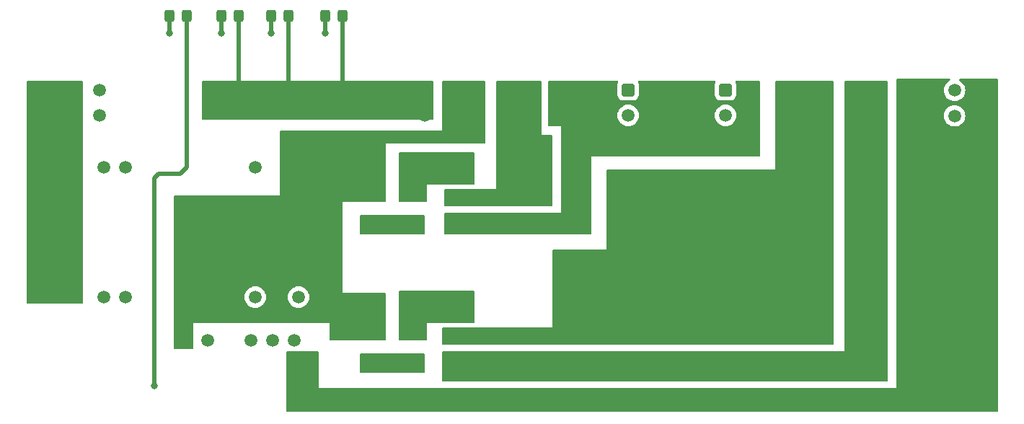
<source format=gbr>
%TF.GenerationSoftware,KiCad,Pcbnew,(6.0.1)*%
%TF.CreationDate,2022-06-01T15:29:54+03:00*%
%TF.ProjectId,Supply_Power,53757070-6c79-45f5-906f-7765722e6b69,rev?*%
%TF.SameCoordinates,Original*%
%TF.FileFunction,Copper,L1,Top*%
%TF.FilePolarity,Positive*%
%FSLAX46Y46*%
G04 Gerber Fmt 4.6, Leading zero omitted, Abs format (unit mm)*
G04 Created by KiCad (PCBNEW (6.0.1)) date 2022-06-01 15:29:54*
%MOMM*%
%LPD*%
G01*
G04 APERTURE LIST*
G04 Aperture macros list*
%AMRoundRect*
0 Rectangle with rounded corners*
0 $1 Rounding radius*
0 $2 $3 $4 $5 $6 $7 $8 $9 X,Y pos of 4 corners*
0 Add a 4 corners polygon primitive as box body*
4,1,4,$2,$3,$4,$5,$6,$7,$8,$9,$2,$3,0*
0 Add four circle primitives for the rounded corners*
1,1,$1+$1,$2,$3*
1,1,$1+$1,$4,$5*
1,1,$1+$1,$6,$7*
1,1,$1+$1,$8,$9*
0 Add four rect primitives between the rounded corners*
20,1,$1+$1,$2,$3,$4,$5,0*
20,1,$1+$1,$4,$5,$6,$7,0*
20,1,$1+$1,$6,$7,$8,$9,0*
20,1,$1+$1,$8,$9,$2,$3,0*%
G04 Aperture macros list end*
%TA.AperFunction,ComponentPad*%
%ADD10RoundRect,0.250001X-0.499999X-0.499999X0.499999X-0.499999X0.499999X0.499999X-0.499999X0.499999X0*%
%TD*%
%TA.AperFunction,ComponentPad*%
%ADD11C,1.500000*%
%TD*%
%TA.AperFunction,SMDPad,CuDef*%
%ADD12RoundRect,0.250000X0.325000X0.450000X-0.325000X0.450000X-0.325000X-0.450000X0.325000X-0.450000X0*%
%TD*%
%TA.AperFunction,SMDPad,CuDef*%
%ADD13RoundRect,0.250000X-1.100000X0.412500X-1.100000X-0.412500X1.100000X-0.412500X1.100000X0.412500X0*%
%TD*%
%TA.AperFunction,ComponentPad*%
%ADD14R,2.300000X1.500000*%
%TD*%
%TA.AperFunction,ComponentPad*%
%ADD15O,2.300000X1.500000*%
%TD*%
%TA.AperFunction,SMDPad,CuDef*%
%ADD16RoundRect,0.250000X1.100000X-0.412500X1.100000X0.412500X-1.100000X0.412500X-1.100000X-0.412500X0*%
%TD*%
%TA.AperFunction,SMDPad,CuDef*%
%ADD17RoundRect,0.250001X-0.462499X-1.074999X0.462499X-1.074999X0.462499X1.074999X-0.462499X1.074999X0*%
%TD*%
%TA.AperFunction,ViaPad*%
%ADD18C,0.800000*%
%TD*%
%TA.AperFunction,Conductor*%
%ADD19C,0.500000*%
%TD*%
G04 APERTURE END LIST*
D10*
%TO.P,J7,1,Pin_1*%
%TO.N,GND*%
X124738000Y-34589000D03*
D11*
%TO.P,J7,2,Pin_2*%
%TO.N,+5V*%
X127738000Y-34589000D03*
%TO.P,J7,3,Pin_3*%
%TO.N,GND*%
X124738000Y-37589000D03*
%TO.P,J7,4,Pin_4*%
%TO.N,+5V*%
X127738000Y-37589000D03*
%TD*%
D12*
%TO.P,D6,1,K*%
%TO.N,GND*%
X67573000Y-25908000D03*
%TO.P,D6,2,A*%
%TO.N,Net-(D6-Pad2)*%
X65523000Y-25908000D03*
%TD*%
D11*
%TO.P,D3,2,-Vin*%
%TO.N,Net-(C5-Pad2)*%
X51746000Y-58928000D03*
%TO.P,D3,3,-Vin*%
X54286000Y-58928000D03*
%TO.P,D3,9*%
%TO.N,unconnected-(D3-Pad9)*%
X69526000Y-58928000D03*
%TO.P,D3,11*%
%TO.N,unconnected-(D3-Pad11)*%
X74606000Y-58928000D03*
%TO.P,D3,14,+Vout*%
%TO.N,+15V*%
X74606000Y-43688000D03*
%TO.P,D3,16,-Vout*%
%TO.N,GND*%
X69526000Y-43688000D03*
%TO.P,D3,22,+Vin*%
%TO.N,Net-(C5-Pad1)*%
X54286000Y-43688000D03*
%TO.P,D3,23,+Vin*%
X51746000Y-43688000D03*
%TD*%
D10*
%TO.P,J3,1,Pin_1*%
%TO.N,GND*%
X89432000Y-34589000D03*
D11*
%TO.P,J3,2,Pin_2*%
%TO.N,+15V*%
X92432000Y-34589000D03*
%TO.P,J3,3,Pin_3*%
%TO.N,GND*%
X89432000Y-37589000D03*
%TO.P,J3,4,Pin_4*%
%TO.N,+15V*%
X92432000Y-37589000D03*
%TD*%
D10*
%TO.P,J5,1,Pin_1*%
%TO.N,GND*%
X101878000Y-34589000D03*
D11*
%TO.P,J5,2,Pin_2*%
%TO.N,+5V*%
X104878000Y-34589000D03*
%TO.P,J5,3,Pin_3*%
%TO.N,GND*%
X101878000Y-37589000D03*
%TO.P,J5,4,Pin_4*%
%TO.N,+5V*%
X104878000Y-37589000D03*
%TD*%
D13*
%TO.P,C8,1*%
%TO.N,+15V*%
X83312000Y-46951500D03*
%TO.P,C8,2*%
%TO.N,GND*%
X83312000Y-50076500D03*
%TD*%
%TO.P,C12,1*%
%TO.N,Net-(C12-Pad1)*%
X87884000Y-63207500D03*
%TO.P,C12,2*%
%TO.N,GND*%
X87884000Y-66332500D03*
%TD*%
D12*
%TO.P,D4,1,K*%
%TO.N,GND*%
X79765000Y-25908000D03*
%TO.P,D4,2,A*%
%TO.N,Net-(D4-Pad2)*%
X77715000Y-25908000D03*
%TD*%
D14*
%TO.P,U2,1,IN*%
%TO.N,Net-(C12-Pad1)*%
X93726000Y-60960000D03*
D15*
%TO.P,U2,2,GND*%
%TO.N,GND*%
X93726000Y-63500000D03*
%TO.P,U2,3,OUT*%
%TO.N,+3V3*%
X93726000Y-66040000D03*
%TD*%
D13*
%TO.P,C9,1*%
%TO.N,Net-(C9-Pad1)*%
X87884000Y-46951500D03*
%TO.P,C9,2*%
%TO.N,GND*%
X87884000Y-50076500D03*
%TD*%
D16*
%TO.P,C13,1*%
%TO.N,+3V3*%
X102870000Y-66332500D03*
%TO.P,C13,2*%
%TO.N,GND*%
X102870000Y-63207500D03*
%TD*%
D11*
%TO.P,D2,1,+Vin*%
%TO.N,+15V*%
X61375000Y-64032000D03*
%TO.P,D2,2,-Vin*%
%TO.N,GND*%
X63915000Y-64032000D03*
%TO.P,D2,4,-Vout*%
%TO.N,GND2*%
X68995000Y-64032000D03*
%TO.P,D2,5*%
%TO.N,N/C*%
X71565000Y-64032000D03*
%TO.P,D2,6,+Vout*%
%TO.N,+5VD*%
X74075000Y-64032000D03*
%TD*%
D14*
%TO.P,U1,1,IN*%
%TO.N,Net-(C9-Pad1)*%
X93726000Y-44704000D03*
D15*
%TO.P,U1,2,GND*%
%TO.N,GND*%
X93726000Y-47244000D03*
%TO.P,U1,3,OUT*%
%TO.N,+5V*%
X93726000Y-49784000D03*
%TD*%
D12*
%TO.P,D7,1,K*%
%TO.N,GND2*%
X61477000Y-25908000D03*
%TO.P,D7,2,A*%
%TO.N,Net-(D7-Pad2)*%
X59427000Y-25908000D03*
%TD*%
D10*
%TO.P,J1,1,Pin_1*%
%TO.N,GND*%
X136676000Y-34589000D03*
D11*
%TO.P,J1,2,Pin_2*%
%TO.N,+3V3*%
X139676000Y-34589000D03*
%TO.P,J1,3,Pin_3*%
%TO.N,GND*%
X136676000Y-37589000D03*
%TO.P,J1,4,Pin_4*%
%TO.N,+3V3*%
X139676000Y-37589000D03*
%TD*%
D10*
%TO.P,J2,1,Pin_1*%
%TO.N,GNDD*%
X48284000Y-34589000D03*
D11*
%TO.P,J2,2,Pin_2*%
%TO.N,V_IN_SUPPLY*%
X51284000Y-34589000D03*
%TO.P,J2,3,Pin_3*%
%TO.N,GNDD*%
X48284000Y-37589000D03*
%TO.P,J2,4,Pin_4*%
%TO.N,V_IN_SUPPLY*%
X51284000Y-37589000D03*
%TD*%
D10*
%TO.P,J4,1,Pin_1*%
%TO.N,+5VD*%
X148638000Y-34634000D03*
D11*
%TO.P,J4,2,Pin_2*%
%TO.N,GND2*%
X151638000Y-34634000D03*
%TO.P,J4,3,Pin_3*%
%TO.N,+5VD*%
X148638000Y-37634000D03*
%TO.P,J4,4,Pin_4*%
%TO.N,GND2*%
X151638000Y-37634000D03*
%TD*%
D16*
%TO.P,C10,1*%
%TO.N,+5V*%
X102870000Y-50076500D03*
%TO.P,C10,2*%
%TO.N,GND*%
X102870000Y-46951500D03*
%TD*%
D17*
%TO.P,L4,1*%
%TO.N,+15V*%
X84110500Y-59944000D03*
%TO.P,L4,2*%
%TO.N,Net-(C12-Pad1)*%
X87085500Y-59944000D03*
%TD*%
D13*
%TO.P,C11,1*%
%TO.N,+15V*%
X83312000Y-63207500D03*
%TO.P,C11,2*%
%TO.N,GND*%
X83312000Y-66332500D03*
%TD*%
D12*
%TO.P,D5,1,K*%
%TO.N,GND*%
X73415000Y-25908000D03*
%TO.P,D5,2,A*%
%TO.N,Net-(D5-Pad2)*%
X71365000Y-25908000D03*
%TD*%
D10*
%TO.P,J6,1,Pin_1*%
%TO.N,GND*%
X113308000Y-34589000D03*
D11*
%TO.P,J6,2,Pin_2*%
%TO.N,+5V*%
X116308000Y-34589000D03*
%TO.P,J6,3,Pin_3*%
%TO.N,GND*%
X113308000Y-37589000D03*
%TO.P,J6,4,Pin_4*%
%TO.N,+5V*%
X116308000Y-37589000D03*
%TD*%
D17*
%TO.P,L3,1*%
%TO.N,+15V*%
X84110500Y-43688000D03*
%TO.P,L3,2*%
%TO.N,Net-(C9-Pad1)*%
X87085500Y-43688000D03*
%TD*%
D18*
%TO.N,GNDD*%
X45212000Y-55118000D03*
X43688000Y-56642000D03*
X43688000Y-58166000D03*
X43688000Y-55118000D03*
%TO.N,GND*%
X85598000Y-49784000D03*
X85598000Y-67310000D03*
X85598000Y-51054000D03*
X85598000Y-66294000D03*
%TO.N,+5VD*%
X75438000Y-67056000D03*
X75438000Y-65786000D03*
X75438000Y-68326000D03*
%TO.N,GND2*%
X57658000Y-69342000D03*
%TO.N,Net-(D4-Pad2)*%
X77715000Y-27931000D03*
%TO.N,Net-(D5-Pad2)*%
X71374000Y-27940000D03*
%TO.N,Net-(D6-Pad2)*%
X65532000Y-27940000D03*
%TO.N,Net-(D7-Pad2)*%
X59427000Y-27949000D03*
%TD*%
D19*
%TO.N,GND*%
X67573000Y-25908000D02*
X67573000Y-34281000D01*
X79765000Y-25908000D02*
X79765000Y-34281000D01*
X73415000Y-25908000D02*
X73415000Y-34281000D01*
%TO.N,GND2*%
X61477000Y-43679000D02*
X60706000Y-44450000D01*
X58166000Y-44450000D02*
X57658000Y-44958000D01*
X60706000Y-44450000D02*
X58166000Y-44450000D01*
X57658000Y-44958000D02*
X57658000Y-66548000D01*
X61477000Y-25908000D02*
X61477000Y-43679000D01*
X57658000Y-66548000D02*
X57658000Y-69342000D01*
%TO.N,Net-(D4-Pad2)*%
X77715000Y-25908000D02*
X77715000Y-27931000D01*
%TO.N,Net-(D5-Pad2)*%
X71365000Y-25908000D02*
X71365000Y-27931000D01*
%TO.N,Net-(D6-Pad2)*%
X65523000Y-27931000D02*
X65532000Y-27940000D01*
X65523000Y-25908000D02*
X65523000Y-27931000D01*
%TO.N,Net-(D7-Pad2)*%
X59427000Y-25908000D02*
X59427000Y-27949000D01*
%TD*%
%TA.AperFunction,Conductor*%
%TO.N,GND*%
G36*
X89350121Y-49296002D02*
G01*
X89396614Y-49349658D01*
X89408000Y-49402000D01*
X89408000Y-51436000D01*
X89387998Y-51504121D01*
X89334342Y-51550614D01*
X89282000Y-51562000D01*
X81914000Y-51562000D01*
X81845879Y-51541998D01*
X81799386Y-51488342D01*
X81788000Y-51436000D01*
X81788000Y-49402000D01*
X81808002Y-49333879D01*
X81861658Y-49287386D01*
X81914000Y-49276000D01*
X89282000Y-49276000D01*
X89350121Y-49296002D01*
G37*
%TD.AperFunction*%
%TD*%
%TA.AperFunction,Conductor*%
%TO.N,Net-(C12-Pad1)*%
G36*
X95192121Y-58186002D02*
G01*
X95238614Y-58239658D01*
X95250000Y-58292000D01*
X95250000Y-61850000D01*
X95229998Y-61918121D01*
X95176342Y-61964614D01*
X95124000Y-61976000D01*
X89662000Y-61976000D01*
X89662000Y-63882000D01*
X89641998Y-63950121D01*
X89588342Y-63996614D01*
X89536000Y-64008000D01*
X86486000Y-64008000D01*
X86417879Y-63987998D01*
X86371386Y-63934342D01*
X86360000Y-63882000D01*
X86360000Y-58292000D01*
X86380002Y-58223879D01*
X86433658Y-58177386D01*
X86486000Y-58166000D01*
X95124000Y-58166000D01*
X95192121Y-58186002D01*
G37*
%TD.AperFunction*%
%TD*%
%TA.AperFunction,Conductor*%
%TO.N,GNDD*%
G36*
X49218121Y-33548002D02*
G01*
X49264614Y-33601658D01*
X49276000Y-33654000D01*
X49276000Y-59564000D01*
X49255998Y-59632121D01*
X49202342Y-59678614D01*
X49150000Y-59690000D01*
X42798000Y-59690000D01*
X42729879Y-59669998D01*
X42683386Y-59616342D01*
X42672000Y-59564000D01*
X42672000Y-33654000D01*
X42692002Y-33585879D01*
X42745658Y-33539386D01*
X42798000Y-33528000D01*
X49150000Y-33528000D01*
X49218121Y-33548002D01*
G37*
%TD.AperFunction*%
%TD*%
%TA.AperFunction,Conductor*%
%TO.N,+15V*%
G36*
X96462121Y-33548002D02*
G01*
X96508614Y-33601658D01*
X96520000Y-33654000D01*
X96520000Y-40768000D01*
X96499998Y-40836121D01*
X96446342Y-40882614D01*
X96394000Y-40894000D01*
X84836000Y-40894000D01*
X84836000Y-42164000D01*
X72390000Y-42164000D01*
X72390000Y-39496000D01*
X72410002Y-39427879D01*
X72463658Y-39381386D01*
X72516000Y-39370000D01*
X91440000Y-39370000D01*
X91440000Y-33654000D01*
X91460002Y-33585879D01*
X91513658Y-33539386D01*
X91566000Y-33528000D01*
X96394000Y-33528000D01*
X96462121Y-33548002D01*
G37*
%TD.AperFunction*%
%TD*%
%TA.AperFunction,Conductor*%
%TO.N,+3V3*%
G36*
X143706121Y-33548002D02*
G01*
X143752614Y-33601658D01*
X143764000Y-33654000D01*
X143764000Y-68708000D01*
X143743998Y-68776121D01*
X143690342Y-68822614D01*
X143638000Y-68834000D01*
X91566000Y-68834000D01*
X91497879Y-68813998D01*
X91451386Y-68760342D01*
X91440000Y-68708000D01*
X91440000Y-65404000D01*
X91460002Y-65335879D01*
X91513658Y-65289386D01*
X91566000Y-65278000D01*
X138684000Y-65278000D01*
X138684000Y-33654000D01*
X138704002Y-33585879D01*
X138757658Y-33539386D01*
X138810000Y-33528000D01*
X143638000Y-33528000D01*
X143706121Y-33548002D01*
G37*
%TD.AperFunction*%
%TD*%
%TA.AperFunction,Conductor*%
%TO.N,+15V*%
G36*
X78486000Y-61976000D02*
G01*
X62230000Y-61976000D01*
X62230000Y-64898000D01*
X62209998Y-64966121D01*
X62156342Y-65012614D01*
X62104000Y-65024000D01*
X60070000Y-65024000D01*
X60001879Y-65003998D01*
X59955386Y-64950342D01*
X59944000Y-64898000D01*
X59944000Y-58928000D01*
X68262693Y-58928000D01*
X68281885Y-59147371D01*
X68338880Y-59360076D01*
X68341205Y-59365061D01*
X68429618Y-59554666D01*
X68429621Y-59554671D01*
X68431944Y-59559653D01*
X68558251Y-59740038D01*
X68713962Y-59895749D01*
X68894346Y-60022056D01*
X69093924Y-60115120D01*
X69306629Y-60172115D01*
X69526000Y-60191307D01*
X69745371Y-60172115D01*
X69958076Y-60115120D01*
X70157654Y-60022056D01*
X70338038Y-59895749D01*
X70493749Y-59740038D01*
X70620056Y-59559653D01*
X70622379Y-59554671D01*
X70622382Y-59554666D01*
X70710795Y-59365061D01*
X70713120Y-59360076D01*
X70770115Y-59147371D01*
X70789307Y-58928000D01*
X73342693Y-58928000D01*
X73361885Y-59147371D01*
X73418880Y-59360076D01*
X73421205Y-59365061D01*
X73509618Y-59554666D01*
X73509621Y-59554671D01*
X73511944Y-59559653D01*
X73638251Y-59740038D01*
X73793962Y-59895749D01*
X73974346Y-60022056D01*
X74173924Y-60115120D01*
X74386629Y-60172115D01*
X74606000Y-60191307D01*
X74825371Y-60172115D01*
X75038076Y-60115120D01*
X75237654Y-60022056D01*
X75418038Y-59895749D01*
X75573749Y-59740038D01*
X75700056Y-59559653D01*
X75702379Y-59554671D01*
X75702382Y-59554666D01*
X75790795Y-59365061D01*
X75793120Y-59360076D01*
X75850115Y-59147371D01*
X75869307Y-58928000D01*
X75850115Y-58708629D01*
X75793120Y-58495924D01*
X75749585Y-58402562D01*
X75702382Y-58301334D01*
X75702379Y-58301329D01*
X75700056Y-58296347D01*
X75573749Y-58115962D01*
X75418038Y-57960251D01*
X75237654Y-57833944D01*
X75038076Y-57740880D01*
X74825371Y-57683885D01*
X74606000Y-57664693D01*
X74386629Y-57683885D01*
X74173924Y-57740880D01*
X74080562Y-57784415D01*
X73979334Y-57831618D01*
X73979329Y-57831621D01*
X73974347Y-57833944D01*
X73969840Y-57837100D01*
X73969838Y-57837101D01*
X73798473Y-57957092D01*
X73798470Y-57957094D01*
X73793962Y-57960251D01*
X73638251Y-58115962D01*
X73511944Y-58296347D01*
X73509621Y-58301329D01*
X73509618Y-58301334D01*
X73462415Y-58402562D01*
X73418880Y-58495924D01*
X73361885Y-58708629D01*
X73342693Y-58928000D01*
X70789307Y-58928000D01*
X70770115Y-58708629D01*
X70713120Y-58495924D01*
X70669585Y-58402562D01*
X70622382Y-58301334D01*
X70622379Y-58301329D01*
X70620056Y-58296347D01*
X70493749Y-58115962D01*
X70338038Y-57960251D01*
X70157654Y-57833944D01*
X69958076Y-57740880D01*
X69745371Y-57683885D01*
X69526000Y-57664693D01*
X69306629Y-57683885D01*
X69093924Y-57740880D01*
X69000562Y-57784415D01*
X68899334Y-57831618D01*
X68899329Y-57831621D01*
X68894347Y-57833944D01*
X68889840Y-57837100D01*
X68889838Y-57837101D01*
X68718473Y-57957092D01*
X68718470Y-57957094D01*
X68713962Y-57960251D01*
X68558251Y-58115962D01*
X68431944Y-58296347D01*
X68429621Y-58301329D01*
X68429618Y-58301334D01*
X68382415Y-58402562D01*
X68338880Y-58495924D01*
X68281885Y-58708629D01*
X68262693Y-58928000D01*
X59944000Y-58928000D01*
X59944000Y-47116000D01*
X59964002Y-47047879D01*
X60017658Y-47001386D01*
X60070000Y-46990000D01*
X72390000Y-46990000D01*
X72390000Y-41910000D01*
X78486000Y-41910000D01*
X78486000Y-61976000D01*
G37*
%TD.AperFunction*%
%TD*%
%TA.AperFunction,Conductor*%
%TO.N,+15V*%
G36*
X84836000Y-47626000D02*
G01*
X84815998Y-47694121D01*
X84762342Y-47740614D01*
X84710000Y-47752000D01*
X79756000Y-47752000D01*
X79756000Y-58420000D01*
X84710000Y-58420000D01*
X84778121Y-58440002D01*
X84824614Y-58493658D01*
X84836000Y-58546000D01*
X84836000Y-63882000D01*
X84815998Y-63950121D01*
X84762342Y-63996614D01*
X84710000Y-64008000D01*
X78358000Y-64008000D01*
X78289879Y-63987998D01*
X78243386Y-63934342D01*
X78232000Y-63882000D01*
X78232000Y-41910000D01*
X84836000Y-41910000D01*
X84836000Y-47626000D01*
G37*
%TD.AperFunction*%
%TD*%
%TA.AperFunction,Conductor*%
%TO.N,GND*%
G36*
X103066121Y-33548002D02*
G01*
X103112614Y-33601658D01*
X103124000Y-33654000D01*
X103124000Y-39878000D01*
X104268000Y-39878000D01*
X104336121Y-39898002D01*
X104382614Y-39951658D01*
X104394000Y-40004000D01*
X104394000Y-48134000D01*
X104373998Y-48202121D01*
X104320342Y-48248614D01*
X104268000Y-48260000D01*
X91820000Y-48260000D01*
X91751879Y-48239998D01*
X91705386Y-48186342D01*
X91694000Y-48134000D01*
X91694000Y-46354000D01*
X91714002Y-46285879D01*
X91767658Y-46239386D01*
X91820000Y-46228000D01*
X97790000Y-46228000D01*
X97790000Y-33654000D01*
X97810002Y-33585879D01*
X97863658Y-33539386D01*
X97916000Y-33528000D01*
X102998000Y-33528000D01*
X103066121Y-33548002D01*
G37*
%TD.AperFunction*%
%TD*%
%TA.AperFunction,Conductor*%
%TO.N,+5VD*%
G36*
X151076437Y-33294002D02*
G01*
X151122930Y-33347658D01*
X151133034Y-33417932D01*
X151103540Y-33482512D01*
X151061566Y-33514195D01*
X151011334Y-33537618D01*
X151011329Y-33537621D01*
X151006347Y-33539944D01*
X151001840Y-33543100D01*
X151001838Y-33543101D01*
X150830473Y-33663092D01*
X150830470Y-33663094D01*
X150825962Y-33666251D01*
X150670251Y-33821962D01*
X150667094Y-33826470D01*
X150667092Y-33826473D01*
X150575453Y-33957347D01*
X150543944Y-34002347D01*
X150541621Y-34007329D01*
X150541618Y-34007334D01*
X150527039Y-34038600D01*
X150450880Y-34201924D01*
X150393885Y-34414629D01*
X150374693Y-34634000D01*
X150393885Y-34853371D01*
X150450880Y-35066076D01*
X150494415Y-35159438D01*
X150541618Y-35260666D01*
X150541621Y-35260671D01*
X150543944Y-35265653D01*
X150547100Y-35270160D01*
X150547101Y-35270162D01*
X150638742Y-35401038D01*
X150670251Y-35446038D01*
X150825962Y-35601749D01*
X151006346Y-35728056D01*
X151205924Y-35821120D01*
X151418629Y-35878115D01*
X151638000Y-35897307D01*
X151857371Y-35878115D01*
X152070076Y-35821120D01*
X152269654Y-35728056D01*
X152450038Y-35601749D01*
X152605749Y-35446038D01*
X152637259Y-35401038D01*
X152728899Y-35270162D01*
X152728900Y-35270160D01*
X152732056Y-35265653D01*
X152734379Y-35260671D01*
X152734382Y-35260666D01*
X152781585Y-35159438D01*
X152825120Y-35066076D01*
X152882115Y-34853371D01*
X152901307Y-34634000D01*
X152882115Y-34414629D01*
X152825120Y-34201924D01*
X152748961Y-34038600D01*
X152734382Y-34007334D01*
X152734379Y-34007329D01*
X152732056Y-34002347D01*
X152700547Y-33957347D01*
X152608908Y-33826473D01*
X152608906Y-33826470D01*
X152605749Y-33821962D01*
X152450038Y-33666251D01*
X152269654Y-33539944D01*
X152264672Y-33537621D01*
X152264667Y-33537618D01*
X152214435Y-33514195D01*
X152161150Y-33467278D01*
X152141689Y-33399000D01*
X152162231Y-33331041D01*
X152216254Y-33284975D01*
X152267685Y-33274000D01*
X156592000Y-33274000D01*
X156660121Y-33294002D01*
X156706614Y-33347658D01*
X156718000Y-33400000D01*
X156718000Y-72264000D01*
X156697998Y-72332121D01*
X156644342Y-72378614D01*
X156592000Y-72390000D01*
X73278000Y-72390000D01*
X73209879Y-72369998D01*
X73163386Y-72316342D01*
X73152000Y-72264000D01*
X73152000Y-65404000D01*
X73172002Y-65335879D01*
X73225658Y-65289386D01*
X73278000Y-65278000D01*
X76836000Y-65278000D01*
X76904121Y-65298002D01*
X76950614Y-65351658D01*
X76962000Y-65404000D01*
X76962000Y-69596000D01*
X144780000Y-69596000D01*
X144780000Y-37634000D01*
X150374693Y-37634000D01*
X150393885Y-37853371D01*
X150450880Y-38066076D01*
X150453205Y-38071061D01*
X150541618Y-38260666D01*
X150541621Y-38260671D01*
X150543944Y-38265653D01*
X150547100Y-38270160D01*
X150547101Y-38270162D01*
X150638742Y-38401038D01*
X150670251Y-38446038D01*
X150825962Y-38601749D01*
X151006346Y-38728056D01*
X151205924Y-38821120D01*
X151418629Y-38878115D01*
X151638000Y-38897307D01*
X151857371Y-38878115D01*
X152070076Y-38821120D01*
X152269654Y-38728056D01*
X152450038Y-38601749D01*
X152605749Y-38446038D01*
X152637259Y-38401038D01*
X152728899Y-38270162D01*
X152728900Y-38270160D01*
X152732056Y-38265653D01*
X152734379Y-38260671D01*
X152734382Y-38260666D01*
X152822795Y-38071061D01*
X152825120Y-38066076D01*
X152882115Y-37853371D01*
X152901307Y-37634000D01*
X152882115Y-37414629D01*
X152825120Y-37201924D01*
X152781585Y-37108562D01*
X152734382Y-37007334D01*
X152734379Y-37007329D01*
X152732056Y-37002347D01*
X152605749Y-36821962D01*
X152450038Y-36666251D01*
X152269654Y-36539944D01*
X152070076Y-36446880D01*
X151857371Y-36389885D01*
X151638000Y-36370693D01*
X151418629Y-36389885D01*
X151205924Y-36446880D01*
X151112562Y-36490415D01*
X151011334Y-36537618D01*
X151011329Y-36537621D01*
X151006347Y-36539944D01*
X151001840Y-36543100D01*
X151001838Y-36543101D01*
X150830473Y-36663092D01*
X150830470Y-36663094D01*
X150825962Y-36666251D01*
X150670251Y-36821962D01*
X150543944Y-37002347D01*
X150541621Y-37007329D01*
X150541618Y-37007334D01*
X150494415Y-37108562D01*
X150450880Y-37201924D01*
X150393885Y-37414629D01*
X150374693Y-37634000D01*
X144780000Y-37634000D01*
X144780000Y-33400000D01*
X144800002Y-33331879D01*
X144853658Y-33285386D01*
X144906000Y-33274000D01*
X151008316Y-33274000D01*
X151076437Y-33294002D01*
G37*
%TD.AperFunction*%
%TD*%
%TA.AperFunction,Conductor*%
%TO.N,GND*%
G36*
X137356121Y-33548002D02*
G01*
X137402614Y-33601658D01*
X137414000Y-33654000D01*
X137414000Y-64390000D01*
X137393998Y-64458121D01*
X137340342Y-64504614D01*
X137288000Y-64516000D01*
X91566000Y-64516000D01*
X91497879Y-64495998D01*
X91451386Y-64442342D01*
X91440000Y-64390000D01*
X91440000Y-62610000D01*
X91460002Y-62541879D01*
X91513658Y-62495386D01*
X91566000Y-62484000D01*
X104394000Y-62484000D01*
X104394000Y-53466000D01*
X104414002Y-53397879D01*
X104467658Y-53351386D01*
X104520000Y-53340000D01*
X110744000Y-53340000D01*
X110744000Y-44068000D01*
X110764002Y-43999879D01*
X110817658Y-43953386D01*
X110870000Y-43942000D01*
X130556000Y-43942000D01*
X130556000Y-33654000D01*
X130576002Y-33585879D01*
X130629658Y-33539386D01*
X130682000Y-33528000D01*
X137288000Y-33528000D01*
X137356121Y-33548002D01*
G37*
%TD.AperFunction*%
%TD*%
%TA.AperFunction,Conductor*%
%TO.N,GND*%
G36*
X89350121Y-65552002D02*
G01*
X89396614Y-65605658D01*
X89408000Y-65658000D01*
X89408000Y-67692000D01*
X89387998Y-67760121D01*
X89334342Y-67806614D01*
X89282000Y-67818000D01*
X81914000Y-67818000D01*
X81845879Y-67797998D01*
X81799386Y-67744342D01*
X81788000Y-67692000D01*
X81788000Y-65658000D01*
X81808002Y-65589879D01*
X81861658Y-65543386D01*
X81914000Y-65532000D01*
X89282000Y-65532000D01*
X89350121Y-65552002D01*
G37*
%TD.AperFunction*%
%TD*%
%TA.AperFunction,Conductor*%
%TO.N,Net-(C9-Pad1)*%
G36*
X95192121Y-41930002D02*
G01*
X95238614Y-41983658D01*
X95250000Y-42036000D01*
X95250000Y-45594000D01*
X95229998Y-45662121D01*
X95176342Y-45708614D01*
X95124000Y-45720000D01*
X89662000Y-45720000D01*
X89662000Y-47626000D01*
X89641998Y-47694121D01*
X89588342Y-47740614D01*
X89536000Y-47752000D01*
X86486000Y-47752000D01*
X86417879Y-47731998D01*
X86371386Y-47678342D01*
X86360000Y-47626000D01*
X86360000Y-42036000D01*
X86380002Y-41967879D01*
X86433658Y-41921386D01*
X86486000Y-41910000D01*
X95124000Y-41910000D01*
X95192121Y-41930002D01*
G37*
%TD.AperFunction*%
%TD*%
%TA.AperFunction,Conductor*%
%TO.N,GND*%
G36*
X90366121Y-33548002D02*
G01*
X90412614Y-33601658D01*
X90424000Y-33654000D01*
X90424000Y-37974000D01*
X90403998Y-38042121D01*
X90350342Y-38088614D01*
X90298000Y-38100000D01*
X63372000Y-38100000D01*
X63303879Y-38079998D01*
X63257386Y-38026342D01*
X63246000Y-37974000D01*
X63246000Y-33654000D01*
X63266002Y-33585879D01*
X63319658Y-33539386D01*
X63372000Y-33528000D01*
X90298000Y-33528000D01*
X90366121Y-33548002D01*
G37*
%TD.AperFunction*%
%TD*%
%TA.AperFunction,Conductor*%
%TO.N,+5V*%
G36*
X112105191Y-33548002D02*
G01*
X112151684Y-33601658D01*
X112161788Y-33671932D01*
X112144330Y-33720116D01*
X112115885Y-33766262D01*
X112060203Y-33934139D01*
X112049500Y-34038600D01*
X112049500Y-35139400D01*
X112049837Y-35142646D01*
X112049837Y-35142650D01*
X112057931Y-35220653D01*
X112060474Y-35245165D01*
X112116450Y-35412945D01*
X112209522Y-35563348D01*
X112334697Y-35688305D01*
X112340927Y-35692145D01*
X112340928Y-35692146D01*
X112478090Y-35776694D01*
X112485262Y-35781115D01*
X112565005Y-35807564D01*
X112646611Y-35834632D01*
X112646613Y-35834632D01*
X112653139Y-35836797D01*
X112659975Y-35837497D01*
X112659978Y-35837498D01*
X112703031Y-35841909D01*
X112757600Y-35847500D01*
X113858400Y-35847500D01*
X113861646Y-35847163D01*
X113861650Y-35847163D01*
X113957307Y-35837238D01*
X113957311Y-35837237D01*
X113964165Y-35836526D01*
X113970701Y-35834345D01*
X113970703Y-35834345D01*
X114102805Y-35790272D01*
X114131945Y-35780550D01*
X114282348Y-35687478D01*
X114407305Y-35562303D01*
X114500115Y-35411738D01*
X114555797Y-35243861D01*
X114566500Y-35139400D01*
X114566500Y-34038600D01*
X114566163Y-34035350D01*
X114556238Y-33939693D01*
X114556237Y-33939689D01*
X114555526Y-33932835D01*
X114499550Y-33765055D01*
X114471856Y-33720302D01*
X114453019Y-33651850D01*
X114474181Y-33584081D01*
X114528622Y-33538510D01*
X114579001Y-33528000D01*
X123467070Y-33528000D01*
X123535191Y-33548002D01*
X123581684Y-33601658D01*
X123591788Y-33671932D01*
X123574330Y-33720116D01*
X123545885Y-33766262D01*
X123490203Y-33934139D01*
X123479500Y-34038600D01*
X123479500Y-35139400D01*
X123479837Y-35142646D01*
X123479837Y-35142650D01*
X123487931Y-35220653D01*
X123490474Y-35245165D01*
X123546450Y-35412945D01*
X123639522Y-35563348D01*
X123764697Y-35688305D01*
X123770927Y-35692145D01*
X123770928Y-35692146D01*
X123908090Y-35776694D01*
X123915262Y-35781115D01*
X123995005Y-35807564D01*
X124076611Y-35834632D01*
X124076613Y-35834632D01*
X124083139Y-35836797D01*
X124089975Y-35837497D01*
X124089978Y-35837498D01*
X124133031Y-35841909D01*
X124187600Y-35847500D01*
X125288400Y-35847500D01*
X125291646Y-35847163D01*
X125291650Y-35847163D01*
X125387307Y-35837238D01*
X125387311Y-35837237D01*
X125394165Y-35836526D01*
X125400701Y-35834345D01*
X125400703Y-35834345D01*
X125532805Y-35790272D01*
X125561945Y-35780550D01*
X125712348Y-35687478D01*
X125837305Y-35562303D01*
X125930115Y-35411738D01*
X125985797Y-35243861D01*
X125996500Y-35139400D01*
X125996500Y-34038600D01*
X125996163Y-34035350D01*
X125986238Y-33939693D01*
X125986237Y-33939689D01*
X125985526Y-33932835D01*
X125929550Y-33765055D01*
X125901856Y-33720302D01*
X125883019Y-33651850D01*
X125904181Y-33584081D01*
X125958622Y-33538510D01*
X126009001Y-33528000D01*
X128652000Y-33528000D01*
X128720121Y-33548002D01*
X128766614Y-33601658D01*
X128778000Y-33654000D01*
X128778000Y-42292000D01*
X128757998Y-42360121D01*
X128704342Y-42406614D01*
X128652000Y-42418000D01*
X108966000Y-42418000D01*
X108966000Y-51436000D01*
X108945998Y-51504121D01*
X108892342Y-51550614D01*
X108840000Y-51562000D01*
X91820000Y-51562000D01*
X91751879Y-51541998D01*
X91705386Y-51488342D01*
X91694000Y-51436000D01*
X91694000Y-49148000D01*
X91714002Y-49079879D01*
X91767658Y-49033386D01*
X91820000Y-49022000D01*
X105410000Y-49022000D01*
X105410000Y-38862000D01*
X104012000Y-38862000D01*
X103943879Y-38841998D01*
X103897386Y-38788342D01*
X103886000Y-38736000D01*
X103886000Y-37589000D01*
X112044693Y-37589000D01*
X112063885Y-37808371D01*
X112120880Y-38021076D01*
X112123205Y-38026061D01*
X112211618Y-38215666D01*
X112211621Y-38215671D01*
X112213944Y-38220653D01*
X112340251Y-38401038D01*
X112495962Y-38556749D01*
X112676346Y-38683056D01*
X112875924Y-38776120D01*
X113088629Y-38833115D01*
X113308000Y-38852307D01*
X113527371Y-38833115D01*
X113740076Y-38776120D01*
X113939654Y-38683056D01*
X114120038Y-38556749D01*
X114275749Y-38401038D01*
X114402056Y-38220653D01*
X114404379Y-38215671D01*
X114404382Y-38215666D01*
X114492795Y-38026061D01*
X114495120Y-38021076D01*
X114552115Y-37808371D01*
X114571307Y-37589000D01*
X123474693Y-37589000D01*
X123493885Y-37808371D01*
X123550880Y-38021076D01*
X123553205Y-38026061D01*
X123641618Y-38215666D01*
X123641621Y-38215671D01*
X123643944Y-38220653D01*
X123770251Y-38401038D01*
X123925962Y-38556749D01*
X124106346Y-38683056D01*
X124305924Y-38776120D01*
X124518629Y-38833115D01*
X124738000Y-38852307D01*
X124957371Y-38833115D01*
X125170076Y-38776120D01*
X125369654Y-38683056D01*
X125550038Y-38556749D01*
X125705749Y-38401038D01*
X125832056Y-38220653D01*
X125834379Y-38215671D01*
X125834382Y-38215666D01*
X125922795Y-38026061D01*
X125925120Y-38021076D01*
X125982115Y-37808371D01*
X126001307Y-37589000D01*
X125982115Y-37369629D01*
X125925120Y-37156924D01*
X125881585Y-37063562D01*
X125834382Y-36962334D01*
X125834379Y-36962329D01*
X125832056Y-36957347D01*
X125705749Y-36776962D01*
X125550038Y-36621251D01*
X125369654Y-36494944D01*
X125170076Y-36401880D01*
X124957371Y-36344885D01*
X124738000Y-36325693D01*
X124518629Y-36344885D01*
X124305924Y-36401880D01*
X124212562Y-36445415D01*
X124111334Y-36492618D01*
X124111329Y-36492621D01*
X124106347Y-36494944D01*
X124101840Y-36498100D01*
X124101838Y-36498101D01*
X123930473Y-36618092D01*
X123930470Y-36618094D01*
X123925962Y-36621251D01*
X123770251Y-36776962D01*
X123643944Y-36957347D01*
X123641621Y-36962329D01*
X123641618Y-36962334D01*
X123594415Y-37063562D01*
X123550880Y-37156924D01*
X123493885Y-37369629D01*
X123474693Y-37589000D01*
X114571307Y-37589000D01*
X114552115Y-37369629D01*
X114495120Y-37156924D01*
X114451585Y-37063562D01*
X114404382Y-36962334D01*
X114404379Y-36962329D01*
X114402056Y-36957347D01*
X114275749Y-36776962D01*
X114120038Y-36621251D01*
X113939654Y-36494944D01*
X113740076Y-36401880D01*
X113527371Y-36344885D01*
X113308000Y-36325693D01*
X113088629Y-36344885D01*
X112875924Y-36401880D01*
X112782562Y-36445415D01*
X112681334Y-36492618D01*
X112681329Y-36492621D01*
X112676347Y-36494944D01*
X112671840Y-36498100D01*
X112671838Y-36498101D01*
X112500473Y-36618092D01*
X112500470Y-36618094D01*
X112495962Y-36621251D01*
X112340251Y-36776962D01*
X112213944Y-36957347D01*
X112211621Y-36962329D01*
X112211618Y-36962334D01*
X112164415Y-37063562D01*
X112120880Y-37156924D01*
X112063885Y-37369629D01*
X112044693Y-37589000D01*
X103886000Y-37589000D01*
X103886000Y-33654000D01*
X103906002Y-33585879D01*
X103959658Y-33539386D01*
X104012000Y-33528000D01*
X112037070Y-33528000D01*
X112105191Y-33548002D01*
G37*
%TD.AperFunction*%
%TD*%
M02*

</source>
